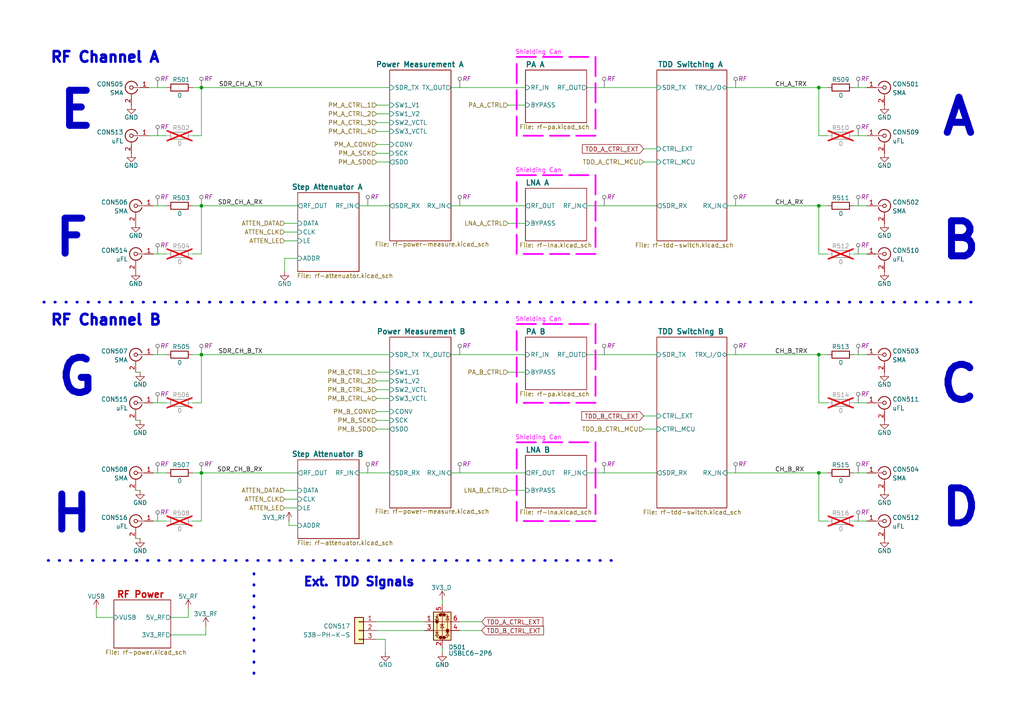
<source format=kicad_sch>
(kicad_sch (version 20231120) (generator "eeschema") (generator_version "8.0")
  (paper "A4")
  (title_block (title "RFE") (date "2024-06-01") (rev "A1") (company "LibreCellular Project - https://librecellular.org/") (comment 1 "Drawn: OK") (comment 2 "Checked: x"))
  (lib_symbols
    (symbol "Connector:Conn_Coaxial" (pin_names (offset 1.016) hide)
      (property "Reference" "J" (at 0.254 3.048 0))
      (property "Value" "Conn_Coaxial" (at 2.921 0 90))
      (symbol "Conn_Coaxial_0_1"
        (arc (start -1.778 -0.508) (mid 0.2311 -1.8066) (end 1.778 0) (stroke (width 0.254)))
        (polyline (pts (xy -2.54 0) (xy -0.508 0)))
        (polyline (pts (xy 0 -2.54) (xy 0 -1.778)))
        (circle (center 0 0) (radius 0.508) (stroke (width 0.2032)))
        (arc (start 1.778 0) (mid 0.2099 1.8101) (end -1.778 0.508) (stroke (width 0.254)))
      )
      (symbol "Conn_Coaxial_1_1"
        (pin passive line (at -5.08 0 0) (length 2.54) (name "In") (number "1"))
        (pin passive line (at 0 -5.08 90) (length 2.54) (name "Ext") (number "2"))
      )
    )
    (symbol "Connector_Generic:Conn_01x03" (pin_names (offset 1.016) hide)
      (property "Reference" "J" (at 0 5.08 0))
      (property "Value" "Conn_01x03" (at 0 -5.08 0))
      (symbol "Conn_01x03_1_1"
        (rectangle (start -1.27 -2.413) (end 0 -2.667) (stroke (width 0.1524)))
        (rectangle (start -1.27 0.127) (end 0 -0.127) (stroke (width 0.1524)))
        (rectangle (start -1.27 2.667) (end 0 2.413) (stroke (width 0.1524)))
        (rectangle (start -1.27 3.81) (end 1.27 -3.81) (stroke (width 0.254)) (fill (type background)))
        (pin passive line (at -5.08 2.54 0) (length 3.81) (name "Pin_1") (number "1"))
        (pin passive line (at -5.08 0 0) (length 3.81) (name "Pin_2") (number "2"))
        (pin passive line (at -5.08 -2.54 0) (length 3.81) (name "Pin_3") (number "3"))
      )
    )
    (symbol "Device:R" (pin_numbers hide) (pin_names (offset 0))
      (property "Reference" "R" (at 2.032 0 90))
      (property "Value" "R" (at 0 0 90))
      (symbol "R_0_1"
        (rectangle (start -1.016 -2.54) (end 1.016 2.54) (stroke (width 0.254)))
      )
      (symbol "R_1_1"
        (pin passive line (at 0 3.81 270) (length 1.27) (name "~") (number "1"))
        (pin passive line (at 0 -3.81 90) (length 1.27) (name "~") (number "2"))
      )
    )
    (symbol "Power_Protection:USBLC6-2P6" (pin_names hide)
      (property "Reference" "U" (at 0.635 5.715 0))
      (property "Value" "USBLC6-2P6" (at 0.635 3.81 0))
      (symbol "USBLC6-2P6_0_0"
        (circle (center -1.524 0) (radius 0.0001) (stroke (width 0.508)))
        (circle (center -0.508 -4.572) (radius 0.0001) (stroke (width 0.508)))
        (circle (center -0.508 2.032) (radius 0.0001) (stroke (width 0.508)))
        (circle (center 0.508 -4.572) (radius 0.0001) (stroke (width 0.508)))
        (circle (center 0.508 2.032) (radius 0.0001) (stroke (width 0.508)))
        (circle (center 1.524 -2.54) (radius 0.0001) (stroke (width 0.508)))
      )
      (symbol "USBLC6-2P6_0_1"
        (polyline (pts (xy -2.54 -2.54) (xy 2.54 -2.54)))
        (polyline (pts (xy -2.54 0) (xy 2.54 0)))
        (polyline (pts (xy -2.032 -3.048) (xy -1.016 -3.048)))
        (polyline (pts (xy -1.016 1.524) (xy -2.032 1.524)))
        (polyline (pts (xy 1.016 -3.048) (xy 2.032 -3.048)))
        (polyline (pts (xy 1.016 1.524) (xy 2.032 1.524)))
        (polyline (pts (xy -0.508 -1.143) (xy -0.508 -0.762) (xy 0.508 -0.762)))
        (polyline (pts (xy -2.032 0.508) (xy -1.016 0.508) (xy -1.524 1.524) (xy -2.032 0.508)))
        (polyline (pts (xy -1.016 -4.064) (xy -2.032 -4.064) (xy -1.524 -3.048) (xy -1.016 -4.064)))
        (polyline (pts (xy 0.508 -1.778) (xy -0.508 -1.778) (xy 0 -0.762) (xy 0.508 -1.778)))
        (polyline (pts (xy 2.032 -4.064) (xy 1.016 -4.064) (xy 1.524 -3.048) (xy 2.032 -4.064)))
        (polyline (pts (xy 2.032 0.508) (xy 1.016 0.508) (xy 1.524 1.524) (xy 2.032 0.508)))
        (polyline (pts (xy 0 2.54) (xy -0.508 2.032) (xy 0.508 2.032) (xy 0 1.524) (xy 0 -4.064) (xy -0.508 -4.572) (xy 0.508 -4.572) (xy 0 -5.08)))
      )
      (symbol "USBLC6-2P6_1_1"
        (rectangle (start -2.54 2.794) (end 2.54 -5.334) (stroke (width 0.254)) (fill (type background)))
        (polyline (pts (xy -0.508 2.032) (xy -1.524 2.032) (xy -1.524 -4.572) (xy -0.508 -4.572)))
        (polyline (pts (xy 0.508 -4.572) (xy 1.524 -4.572) (xy 1.524 2.032) (xy 0.508 2.032)))
        (pin passive line (at -5.08 0 0) (length 2.54) (name "I/O1") (number "1"))
        (pin passive line (at 0 -7.62 90) (length 2.54) (name "GND") (number "2"))
        (pin passive line (at -5.08 -2.54 0) (length 2.54) (name "I/O2") (number "3"))
        (pin passive line (at 5.08 -2.54 180) (length 2.54) (name "I/O2") (number "4"))
        (pin passive line (at 0 5.08 270) (length 2.54) (name "VBUS") (number "5"))
        (pin passive line (at 5.08 0 180) (length 2.54) (name "I/O1") (number "6"))
      )
    )
    (symbol "power:+3.3VA" (power) (pin_numbers hide) (pin_names (offset 0) hide)
      (property "Value" "+3.3VA" (at 0 3.556 0))
      (symbol "+3.3VA_0_1"
        (polyline (pts (xy -0.762 1.27) (xy 0 2.54)))
        (polyline (pts (xy 0 0) (xy 0 2.54)))
        (polyline (pts (xy 0 2.54) (xy 0.762 1.27)))
      )
      (symbol "+3.3VA_1_1"
        (pin power_in line (at 0 0 90) (length 0) (name "~") (number "1"))
      )
    )
    (symbol "power:+3V3" (power) (pin_numbers hide) (pin_names (offset 0) hide)
      (property "Value" "+3V3" (at 0 3.556 0))
      (symbol "+3V3_0_1"
        (polyline (pts (xy -0.762 1.27) (xy 0 2.54)))
        (polyline (pts (xy 0 0) (xy 0 2.54)))
        (polyline (pts (xy 0 2.54) (xy 0.762 1.27)))
      )
      (symbol "+3V3_1_1"
        (pin power_in line (at 0 0 90) (length 0) (name "~") (number "1"))
      )
    )
    (symbol "power:GND" (power) (pin_numbers hide) (pin_names (offset 0) hide)
      (property "Value" "GND" (at 0 -3.81 0))
      (symbol "GND_0_1"
        (polyline (pts (xy 0 0) (xy 0 -1.27) (xy 1.27 -1.27) (xy 0 -2.54) (xy -1.27 -1.27) (xy 0 -1.27)))
      )
      (symbol "GND_1_1"
        (pin power_in line (at 0 0 270) (length 0) (name "~") (number "1"))
      )
    )
    (symbol "power:VBUS" (power) (pin_numbers hide) (pin_names (offset 0) hide)
      (property "Value" "VBUS" (at 0 3.556 0))
      (symbol "VBUS_0_1"
        (polyline (pts (xy -0.762 1.27) (xy 0 2.54)))
        (polyline (pts (xy 0 0) (xy 0 2.54)))
        (polyline (pts (xy 0 2.54) (xy 0.762 1.27)))
      )
      (symbol "VBUS_1_1"
        (pin power_in line (at 0 0 90) (length 0) (name "~") (number "1"))
      )
    )
  )
  (junction (at 237.49 137.16))
  (junction (at 58.42 137.16))
  (junction (at 58.42 59.69))
  (junction (at 237.49 25.4))
  (junction (at 237.49 102.87))
  (junction (at 58.42 25.4))
  (junction (at 237.49 59.69))
  (junction (at 58.42 102.87))
  (wire (pts (xy 130.81 25.4) (xy 152.4 25.4)))
  (polyline (pts (xy 13.97 162.56) (xy 177.8 162.56)) (stroke (width 0.762) (type dot)))
  (wire (pts (xy 86.36 74.93) (xy 82.55 74.93)))
  (wire (pts (xy 247.65 59.69) (xy 251.46 59.69)))
  (wire (pts (xy 58.42 137.16) (xy 86.36 137.16)))
  (wire (pts (xy 44.45 59.69) (xy 48.26 59.69)))
  (wire (pts (xy 109.22 30.48) (xy 113.03 30.48)))
  (wire (pts (xy 39.37 121.92) (xy 40.64 121.92)))
  (wire (pts (xy 58.42 59.69) (xy 86.36 59.69)))
  (wire (pts (xy 44.45 137.16) (xy 48.26 137.16)))
  (wire (pts (xy 55.88 73.66) (xy 58.42 73.66)))
  (wire (pts (xy 109.22 33.02) (xy 113.03 33.02)))
  (wire (pts (xy 44.45 151.13) (xy 48.26 151.13)))
  (wire (pts (xy 55.88 116.84) (xy 58.42 116.84)))
  (wire (pts (xy 109.22 38.1) (xy 113.03 38.1)))
  (wire (pts (xy 240.03 116.84) (xy 237.49 116.84)))
  (wire (pts (xy 210.82 25.4) (xy 237.49 25.4)))
  (wire (pts (xy 170.18 25.4) (xy 190.5 25.4)))
  (wire (pts (xy 170.18 137.16) (xy 190.5 137.16)))
  (wire (pts (xy 237.49 73.66) (xy 237.49 59.69)))
  (wire (pts (xy 58.42 25.4) (xy 113.03 25.4)))
  (wire (pts (xy 240.03 39.37) (xy 237.49 39.37)))
  (wire (pts (xy 44.45 102.87) (xy 48.26 102.87)))
  (wire (pts (xy 109.22 124.46) (xy 113.03 124.46)))
  (wire (pts (xy 54.61 179.07) (xy 54.61 176.53)))
  (wire (pts (xy 109.22 107.95) (xy 113.03 107.95)))
  (wire (pts (xy 55.88 25.4) (xy 58.42 25.4)))
  (wire (pts (xy 82.55 64.77) (xy 86.36 64.77)))
  (wire (pts (xy 109.22 180.34) (xy 123.19 180.34)))
  (wire (pts (xy 186.69 46.99) (xy 190.5 46.99)))
  (wire (pts (xy 147.32 30.48) (xy 152.4 30.48)))
  (wire (pts (xy 237.49 151.13) (xy 237.49 137.16)))
  (polyline (pts (xy 12.7 87.63) (xy 284.48 87.63)) (stroke (width 0.762) (type dot)))
  (wire (pts (xy 240.03 102.87) (xy 237.49 102.87)))
  (wire (pts (xy 240.03 151.13) (xy 237.49 151.13)))
  (wire (pts (xy 109.22 119.38) (xy 113.03 119.38)))
  (wire (pts (xy 240.03 59.69) (xy 237.49 59.69)))
  (wire (pts (xy 55.88 137.16) (xy 58.42 137.16)))
  (wire (pts (xy 109.22 115.57) (xy 113.03 115.57)))
  (wire (pts (xy 186.69 124.46) (xy 190.5 124.46)))
  (wire (pts (xy 128.27 173.99) (xy 128.27 175.26)))
  (wire (pts (xy 186.69 43.18) (xy 190.5 43.18)))
  (wire (pts (xy 44.45 73.66) (xy 48.26 73.66)))
  (wire (pts (xy 133.35 182.88) (xy 139.7 182.88)))
  (wire (pts (xy 58.42 116.84) (xy 58.42 102.87)))
  (wire (pts (xy 44.45 116.84) (xy 48.26 116.84)))
  (wire (pts (xy 109.22 35.56) (xy 113.03 35.56)))
  (wire (pts (xy 39.37 142.24) (xy 40.64 142.24)))
  (wire (pts (xy 104.14 59.69) (xy 113.03 59.69)))
  (wire (pts (xy 109.22 110.49) (xy 113.03 110.49)))
  (wire (pts (xy 39.37 107.95) (xy 40.64 107.95)))
  (wire (pts (xy 43.18 25.4) (xy 48.26 25.4)))
  (wire (pts (xy 39.37 156.21) (xy 40.64 156.21)))
  (wire (pts (xy 109.22 113.03) (xy 113.03 113.03)))
  (wire (pts (xy 170.18 102.87) (xy 190.5 102.87)))
  (wire (pts (xy 82.55 74.93) (xy 82.55 78.74)))
  (wire (pts (xy 58.42 102.87) (xy 113.03 102.87)))
  (wire (pts (xy 237.49 39.37) (xy 237.49 25.4)))
  (wire (pts (xy 82.55 67.31) (xy 86.36 67.31)))
  (wire (pts (xy 133.35 180.34) (xy 139.7 180.34)))
  (wire (pts (xy 210.82 137.16) (xy 237.49 137.16)))
  (wire (pts (xy 49.53 179.07) (xy 54.61 179.07)))
  (wire (pts (xy 55.88 59.69) (xy 58.42 59.69)))
  (wire (pts (xy 186.69 120.65) (xy 190.5 120.65)))
  (polyline (pts (xy 73.66 166.37) (xy 73.66 196.85)) (stroke (width 0.762) (type dot)))
  (wire (pts (xy 59.69 184.15) (xy 49.53 184.15)))
  (wire (pts (xy 104.14 137.16) (xy 113.03 137.16)))
  (wire (pts (xy 82.55 147.32) (xy 86.36 147.32)))
  (wire (pts (xy 86.36 152.4) (xy 83.82 152.4)))
  (wire (pts (xy 210.82 59.69) (xy 237.49 59.69)))
  (wire (pts (xy 109.22 182.88) (xy 123.19 182.88)))
  (wire (pts (xy 247.65 137.16) (xy 251.46 137.16)))
  (wire (pts (xy 130.81 59.69) (xy 152.4 59.69)))
  (wire (pts (xy 55.88 151.13) (xy 58.42 151.13)))
  (wire (pts (xy 58.42 73.66) (xy 58.42 59.69)))
  (wire (pts (xy 82.55 69.85) (xy 86.36 69.85)))
  (wire (pts (xy 128.27 189.23) (xy 128.27 187.96)))
  (wire (pts (xy 27.94 179.07) (xy 33.02 179.07)))
  (wire (pts (xy 109.22 185.42) (xy 111.76 185.42)))
  (wire (pts (xy 109.22 121.92) (xy 113.03 121.92)))
  (wire (pts (xy 27.94 176.53) (xy 27.94 179.07)))
  (wire (pts (xy 247.65 102.87) (xy 251.46 102.87)))
  (wire (pts (xy 109.22 44.45) (xy 113.03 44.45)))
  (wire (pts (xy 82.55 144.78) (xy 86.36 144.78)))
  (wire (pts (xy 109.22 46.99) (xy 113.03 46.99)))
  (wire (pts (xy 82.55 142.24) (xy 86.36 142.24)))
  (wire (pts (xy 83.82 151.13) (xy 83.82 152.4)))
  (wire (pts (xy 58.42 151.13) (xy 58.42 137.16)))
  (wire (pts (xy 55.88 39.37) (xy 58.42 39.37)))
  (wire (pts (xy 130.81 137.16) (xy 152.4 137.16)))
  (wire (pts (xy 43.18 39.37) (xy 48.26 39.37)))
  (wire (pts (xy 147.32 142.24) (xy 152.4 142.24)))
  (wire (pts (xy 237.49 116.84) (xy 237.49 102.87)))
  (wire (pts (xy 58.42 39.37) (xy 58.42 25.4)))
  (wire (pts (xy 55.88 102.87) (xy 58.42 102.87)))
  (wire (pts (xy 59.69 181.61) (xy 59.69 184.15)))
  (wire (pts (xy 170.18 59.69) (xy 190.5 59.69)))
  (wire (pts (xy 240.03 25.4) (xy 237.49 25.4)))
  (wire (pts (xy 247.65 151.13) (xy 251.46 151.13)))
  (wire (pts (xy 109.22 41.91) (xy 113.03 41.91)))
  (wire (pts (xy 247.65 73.66) (xy 251.46 73.66)))
  (wire (pts (xy 147.32 107.95) (xy 152.4 107.95)))
  (wire (pts (xy 147.32 64.77) (xy 152.4 64.77)))
  (wire (pts (xy 210.82 102.87) (xy 237.49 102.87)))
  (wire (pts (xy 240.03 137.16) (xy 237.49 137.16)))
  (wire (pts (xy 240.03 73.66) (xy 237.49 73.66)))
  (wire (pts (xy 247.65 25.4) (xy 251.46 25.4)))
  (wire (pts (xy 111.76 185.42) (xy 111.76 189.23)))
  (wire (pts (xy 130.81 102.87) (xy 152.4 102.87)))
  (wire (pts (xy 247.65 116.84) (xy 251.46 116.84)))
  (wire (pts (xy 247.65 39.37) (xy 251.46 39.37)))
  (rectangle (start 149.86 16.51) (end 172.72 39.37) (stroke (width 0.508) (type dash) (color 255 0 255 0.53)))
  (rectangle (start 149.86 50.8) (end 172.72 73.66) (stroke (width 0.508) (type dash) (color 255 0 255 0.53)))
  (rectangle (start 149.86 93.98) (end 172.72 116.84) (stroke (width 0.508) (type dash) (color 255 0 255 0.53)))
  (rectangle (start 149.86 128.27) (end 172.72 151.13) (stroke (width 0.508) (type dash) (color 255 0 255 0.53)))
  (text "D" (at 278.638 147.32 0) (effects (font (size 10.16 10.16) (thickness 2.032) (bold yes))))
  (text "Ext. TDD Signals" (at 104.14 168.91 0) (effects (font (size 2.54 2.54) (thickness 2.032) (bold yes))))
  (text "B" (at 278.638 69.85 0) (effects (font (size 10.16 10.16) (thickness 2.032) (bold yes))))
  (text "Shielding Can" (at 156.21 127 0) (effects (font (size 1.27 1.27))))
  (text "RF Channel B" (at 30.734 92.964 0) (effects (font (size 3.048 3.048) (thickness 2.032) (bold yes))))
  (text "Shielding Can" (at 156.21 15.24 0) (effects (font (size 1.27 1.27))))
  (text "F" (at 20.828 69.088 0) (effects (font (size 10.16 10.16) (thickness 2.032) (bold yes))))
  (text "Shielding Can" (at 156.21 92.71 0) (effects (font (size 1.27 1.27))))
  (text "RF Channel A" (at 30.48 16.764 0) (effects (font (size 3.048 3.048) (thickness 2.032) (bold yes))))
  (text "C" (at 278.13 111.506 0) (effects (font (size 10.16 10.16) (thickness 2.032) (bold yes))))
  (text "H" (at 20.828 149.098 0) (effects (font (size 10.16 10.16) (thickness 2.032) (bold yes))))
  (text "E" (at 22.352 32.004 0) (effects (font (size 10.16 10.16) (thickness 2.032) (bold yes))))
  (text "G" (at 22.352 109.474 0) (effects (font (size 10.16 10.16) (thickness 2.032) (bold yes))))
  (text "A" (at 278.13 34.036 0) (effects (font (size 10.16 10.16) (thickness 2.032) (bold yes))))
  (text "Shielding Can" (at 156.21 49.53 0) (effects (font (size 1.27 1.27))))
  (label "SDR_CH_B_RX" (at 76.2 137.16 180))
  (label "CH_B_TRX" (at 224.79 102.87 0))
  (label "SDR_CH_A_RX" (at 76.2 59.69 180))
  (label "SDR_CH_A_TX" (at 76.2 25.4 180))
  (label "CH_A_RX" (at 224.79 59.69 0))
  (label "SDR_CH_B_TX" (at 76.2 102.87 180))
  (label "CH_A_TRX" (at 224.79 25.4 0))
  (label "CH_B_RX" (at 224.79 137.16 0))
  (global_label "TDD_A_CTRL_EXT" (shape input) (at 186.69 43.18 180) (property "Intersheetrefs" "${INTERSHEET_REFS}" (effects (hide yes))))
  (global_label "TDD_B_CTRL_EXT" (shape input) (at 139.7 182.88 0) (property "Intersheetrefs" "${INTERSHEET_REFS}" (effects (hide yes))))
  (global_label "TDD_B_CTRL_EXT" (shape input) (at 186.69 120.65 180) (property "Intersheetrefs" "${INTERSHEET_REFS}" (effects (hide yes))))
  (global_label "TDD_A_CTRL_EXT" (shape input) (at 139.7 180.34 0) (property "Intersheetrefs" "${INTERSHEET_REFS}" (effects (hide yes))))
  (hierarchical_label "PM_B_CTRL_2" (shape input) (at 109.22 110.49 180))
  (hierarchical_label "PM_B_CTRL_1" (shape input) (at 109.22 107.95 180))
  (hierarchical_label "ATTEN_LE" (shape input) (at 82.55 69.85 180))
  (hierarchical_label "PM_B_SDO" (shape input) (at 109.22 124.46 180))
  (hierarchical_label "ATTEN_DATA" (shape input) (at 82.55 64.77 180))
  (hierarchical_label "PM_A_CONV" (shape input) (at 109.22 41.91 180))
  (hierarchical_label "PM_A_CTRL_3" (shape input) (at 109.22 35.56 180))
  (hierarchical_label "PA_A_CTRL" (shape input) (at 147.32 30.48 180))
  (hierarchical_label "LNA_B_CTRL" (shape input) (at 147.32 142.24 180))
  (hierarchical_label "TDD_B_CTRL_MCU" (shape input) (at 186.69 124.46 180))
  (hierarchical_label "PM_A_CTRL_1" (shape input) (at 109.22 30.48 180))
  (hierarchical_label "PM_B_CTRL_3" (shape input) (at 109.22 113.03 180))
  (hierarchical_label "ATTEN_CLK" (shape input) (at 82.55 144.78 180))
  (hierarchical_label "PA_B_CTRL" (shape input) (at 147.32 107.95 180))
  (hierarchical_label "PM_B_CONV" (shape input) (at 109.22 119.38 180))
  (hierarchical_label "TDD_A_CTRL_MCU" (shape input) (at 186.69 46.99 180))
  (hierarchical_label "ATTEN_LE" (shape input) (at 82.55 147.32 180))
  (hierarchical_label "ATTEN_DATA" (shape input) (at 82.55 142.24 180))
  (hierarchical_label "PM_B_CTRL_4" (shape input) (at 109.22 115.57 180))
  (hierarchical_label "PM_A_SDO" (shape input) (at 109.22 46.99 180))
  (hierarchical_label "PM_A_CTRL_4" (shape input) (at 109.22 38.1 180))
  (hierarchical_label "ATTEN_CLK" (shape input) (at 82.55 67.31 180))
  (hierarchical_label "PM_A_CTRL_2" (shape input) (at 109.22 33.02 180))
  (hierarchical_label "LNA_A_CTRL" (shape input) (at 147.32 64.77 180))
  (hierarchical_label "PM_B_SCK" (shape input) (at 109.22 121.92 180))
  (hierarchical_label "PM_A_SCK" (shape input) (at 109.22 44.45 180))
  (netclass_flag "" (length 2.54) (shape round) (at 175.26 25.4 0) (property "Netclass" "RF" (at 175.9585 22.86 0) (effects (font (italic yes)) (justify left))))
  (netclass_flag "" (length 2.54) (shape round) (at 248.92 151.13 0) (property "Netclass" "RF" (at 249.6185 148.59 0) (effects (font (italic yes)) (justify left))))
  (netclass_flag "" (length 2.54) (shape round) (at 106.68 59.69 0) (property "Netclass" "RF" (at 107.3785 57.15 0) (effects (font (italic yes)) (justify left))))
  (netclass_flag "" (length 2.54) (shape round) (at 248.92 116.84 0) (property "Netclass" "RF" (at 249.6185 114.3 0) (effects (font (italic yes)) (justify left))))
  (netclass_flag "" (length 2.54) (shape round) (at 248.92 59.69 0) (property "Netclass" "RF" (at 249.6185 57.15 0) (effects (font (italic yes)) (justify left))))
  (netclass_flag "" (length 2.54) (shape round) (at 45.72 116.84 0) (property "Netclass" "RF" (at 46.4185 114.3 0) (effects (font (italic yes)) (justify left))))
  (netclass_flag "" (length 2.54) (shape round) (at 248.92 137.16 0) (property "Netclass" "RF" (at 249.6185 134.62 0) (effects (font (italic yes)) (justify left))))
  (netclass_flag "" (length 2.54) (shape round) (at 248.92 39.37 0) (property "Netclass" "RF" (at 249.6185 36.83 0) (effects (font (italic yes)) (justify left))))
  (netclass_flag "" (length 2.54) (shape round) (at 133.35 137.16 0) (property "Netclass" "RF" (at 134.0485 134.62 0) (effects (font (italic yes)) (justify left))))
  (netclass_flag "" (length 2.54) (shape round) (at 213.36 137.16 0) (property "Netclass" "RF" (at 214.0585 134.62 0) (effects (font (italic yes)) (justify left))))
  (netclass_flag "" (length 2.54) (shape round) (at 248.92 25.4 0) (property "Netclass" "RF" (at 249.6185 22.86 0) (effects (font (italic yes)) (justify left))))
  (netclass_flag "" (length 2.54) (shape round) (at 45.72 59.69 0) (property "Netclass" "RF" (at 46.4185 57.15 0) (effects (font (italic yes)) (justify left))))
  (netclass_flag "" (length 2.54) (shape round) (at 175.26 102.87 0) (property "Netclass" "RF" (at 175.9585 100.33 0) (effects (font (italic yes)) (justify left))))
  (netclass_flag "" (length 2.54) (shape round) (at 213.36 59.69 0) (property "Netclass" "RF" (at 214.0585 57.15 0) (effects (font (italic yes)) (justify left))))
  (netclass_flag "" (length 2.54) (shape round) (at 45.72 151.13 0) (property "Netclass" "RF" (at 46.4185 148.59 0) (effects (font (italic yes)) (justify left))))
  (netclass_flag "" (length 2.54) (shape round) (at 133.35 59.69 0) (property "Netclass" "RF" (at 134.0485 57.15 0) (effects (font (italic yes)) (justify left))))
  (netclass_flag "" (length 2.54) (shape round) (at 58.42 25.4 0) (property "Netclass" "RF" (at 59.1185 22.86 0) (effects (font (italic yes)) (justify left))))
  (netclass_flag "" (length 2.54) (shape round) (at 213.36 102.87 0) (property "Netclass" "RF" (at 214.0585 100.33 0) (effects (font (italic yes)) (justify left))))
  (netclass_flag "" (length 2.54) (shape round) (at 45.72 102.87 0) (property "Netclass" "RF" (at 46.4185 100.33 0) (effects (font (italic yes)) (justify left))))
  (netclass_flag "" (length 2.54) (shape round) (at 45.72 137.16 0) (property "Netclass" "RF" (at 46.4185 134.62 0) (effects (font (italic yes)) (justify left))))
  (netclass_flag "" (length 2.54) (shape round) (at 248.92 73.66 0) (property "Netclass" "RF" (at 249.6185 71.12 0) (effects (font (italic yes)) (justify left))))
  (netclass_flag "" (length 2.54) (shape round) (at 213.36 25.4 0) (property "Netclass" "RF" (at 214.0585 22.86 0) (effects (font (italic yes)) (justify left))))
  (netclass_flag "" (length 2.54) (shape round) (at 45.72 39.37 0) (property "Netclass" "RF" (at 46.4185 36.83 0) (effects (font (italic yes)) (justify left))))
  (netclass_flag "" (length 2.54) (shape round) (at 175.26 59.69 0) (property "Netclass" "RF" (at 175.9585 57.15 0) (effects (font (italic yes)) (justify left))))
  (netclass_flag "" (length 2.54) (shape round) (at 45.72 73.66 0) (property "Netclass" "RF" (at 46.4185 71.12 0) (effects (font (italic yes)) (justify left))))
  (netclass_flag "" (length 2.54) (shape round) (at 133.35 102.87 0) (property "Netclass" "RF" (at 134.0485 100.33 0) (effects (font (italic yes)) (justify left))))
  (netclass_flag "" (length 2.54) (shape round) (at 248.92 102.87 0) (property "Netclass" "RF" (at 249.6185 100.33 0) (effects (font (italic yes)) (justify left))))
  (netclass_flag "" (length 2.54) (shape round) (at 175.26 137.16 0) (property "Netclass" "RF" (at 175.9585 134.62 0) (effects (font (italic yes)) (justify left))))
  (netclass_flag "" (length 2.54) (shape round) (at 106.68 137.16 0) (property "Netclass" "RF" (at 107.3785 134.62 0) (effects (font (italic yes)) (justify left))))
  (netclass_flag "" (length 2.54) (shape round) (at 58.42 59.69 0) (property "Netclass" "RF" (at 59.1185 57.15 0) (effects (font (italic yes)) (justify left))))
  (netclass_flag "" (length 2.54) (shape round) (at 133.35 25.4 0) (property "Netclass" "RF" (at 134.0485 22.86 0) (effects (font (italic yes)) (justify left))))
  (netclass_flag "" (length 2.54) (shape round) (at 58.42 102.87 0) (property "Netclass" "RF" (at 59.1185 100.33 0) (effects (font (italic yes)) (justify left))))
  (netclass_flag "" (length 2.54) (shape round) (at 45.72 25.4 0) (property "Netclass" "RF" (at 46.4185 22.86 0) (effects (font (italic yes)) (justify left))))
  (netclass_flag "" (length 2.54) (shape round) (at 58.42 137.16 0) (property "Netclass" "RF" (at 59.1185 134.62 0) (effects (font (italic yes)) (justify left))))
  (symbol (lib_id "Device:R") (at 52.07 102.87 90) (mirror x) (unit 1)
    (property "Reference" "R505" (at 55.118 100.584 90) (effects (justify left)))
    (property "Value" "0" (at 52.832 105.156 90) (effects (justify left)))
    (property "Footprint" "LC_RFE:0201-SQUARE" (effects (hide yes)))
    (property "Description" "Resistor" (effects (hide yes)))
    (property "MFG" "YAGEO" (effects (hide yes)))
    (property "MPN" "RC0201FR-070RL" (effects (hide yes)))
    (property "JLCASSY" "C106227" (effects (hide yes)))
  )
  (symbol (lib_id "Connector:Conn_Coaxial") (at 39.37 102.87 0) (mirror y) (unit 1)
    (property "Reference" "CON507" (at 37.084 101.854 0) (effects (justify left)))
    (property "Value" "SMA" (at 37.084 104.394 0) (effects (justify left)))
    (property "Footprint" "LC_RFE:Samtec_SMA-J-P-H-RA-TH1" (effects (hide yes)))
    (property "Datasheet" " ~" (effects (hide yes)))
    (property "Description" "coaxial connector (BNC, SMA, SMB, SMC, Cinch/RCA, LEMO, ...)" (effects (hide yes)))
  )
  (symbol (lib_id "power:GND") (at 40.64 107.95 0) (unit 1)
    (property "Reference" "#PWR0509" (effects (hide yes)))
    (property "Value" "GND" (at 40.64 111.506 0))
    (property "Description" "Power symbol creates a global label with name \"GND\" , ground" (effects (hide yes)))
  )
  (symbol (lib_id "Connector:Conn_Coaxial") (at 39.37 73.66 0) (mirror y) (unit 1)
    (property "Reference" "CON514" (at 37.084 72.644 0) (effects (justify left)))
    (property "Value" "uFL" (at 37.084 75.184 0) (effects (justify left)))
    (property "Footprint" "LC_RFE:Molex_734120110" (effects (hide yes)))
    (property "Datasheet" " ~" (effects (hide yes)))
    (property "Description" "uFL coaxial connector" (effects (hide yes)))
    (property "MFG" "HCTL" (effects (hide yes)))
    (property "MPN" "HC-RF-IPEX0303-01" (effects (hide yes)))
    (property "JLCASSY" "C2894919" (effects (hide yes)))
  )
  (symbol (lib_id "Device:R") (at 243.84 137.16 90) (mirror x) (unit 1)
    (property "Reference" "R515" (at 246.38 134.874 90) (effects (justify left)))
    (property "Value" "0" (at 244.602 139.446 90) (effects (justify left)))
    (property "Footprint" "LC_RFE:0201-SQUARE" (effects (hide yes)))
    (property "Description" "Resistor" (effects (hide yes)))
    (property "MFG" "YAGEO" (effects (hide yes)))
    (property "MPN" "RC0201FR-070RL" (effects (hide yes)))
    (property "JLCASSY" "C106227" (effects (hide yes)))
  )
  (symbol (lib_id "Connector:Conn_Coaxial") (at 39.37 137.16 0) (mirror y) (unit 1)
    (property "Reference" "CON508" (at 37.084 136.144 0) (effects (justify left)))
    (property "Value" "SMA" (at 37.084 138.684 0) (effects (justify left)))
    (property "Footprint" "LC_RFE:Samtec_SMA-J-P-H-RA-TH1" (effects (hide yes)))
    (property "Datasheet" " ~" (effects (hide yes)))
    (property "Description" "coaxial connector (BNC, SMA, SMB, SMC, Cinch/RCA, LEMO, ...)" (effects (hide yes)))
  )
  (symbol (lib_id "Connector:Conn_Coaxial") (at 39.37 116.84 0) (mirror y) (unit 1)
    (property "Reference" "CON515" (at 37.084 115.824 0) (effects (justify left)))
    (property "Value" "uFL" (at 37.084 118.364 0) (effects (justify left)))
    (property "Footprint" "LC_RFE:Molex_734120110" (effects (hide yes)))
    (property "Datasheet" " ~" (effects (hide yes)))
    (property "Description" "uFL coaxial connector" (effects (hide yes)))
    (property "MFG" "HCTL" (effects (hide yes)))
    (property "MPN" "HC-RF-IPEX0303-01" (effects (hide yes)))
    (property "JLCASSY" "C2894919" (effects (hide yes)))
  )
  (symbol (lib_id "Device:R") (at 52.07 137.16 90) (mirror x) (unit 1)
    (property "Reference" "R507" (at 55.118 134.874 90) (effects (justify left)))
    (property "Value" "0" (at 52.832 139.446 90) (effects (justify left)))
    (property "Footprint" "LC_RFE:0201-SQUARE" (effects (hide yes)))
    (property "Description" "Resistor" (effects (hide yes)))
    (property "MFG" "YAGEO" (effects (hide yes)))
    (property "MPN" "RC0201FR-070RL" (effects (hide yes)))
    (property "JLCASSY" "C106227" (effects (hide yes)))
  )
  (symbol (lib_id "Connector:Conn_Coaxial") (at 38.1 25.4 0) (mirror y) (unit 1)
    (property "Reference" "CON505" (at 35.814 24.384 0) (effects (justify left)))
    (property "Value" "SMA" (at 35.814 26.924 0) (effects (justify left)))
    (property "Footprint" "LC_RFE:Samtec_SMA-J-P-H-RA-TH1" (effects (hide yes)))
    (property "Datasheet" " ~" (effects (hide yes)))
    (property "Description" "coaxial connector (BNC, SMA, SMB, SMC, Cinch/RCA, LEMO, ...)" (effects (hide yes)))
  )
  (symbol (lib_id "power:GND") (at 111.76 189.23 0) (mirror y) (unit 1)
    (property "Reference" "#PWR0521" (effects (hide yes)))
    (property "Value" "GND" (at 111.76 192.786 0))
    (property "Description" "Power symbol creates a global label with name \"GND\" , ground" (effects (hide yes)))
  )
  (symbol (lib_id "power:GND") (at 40.64 121.92 0) (unit 1)
    (property "Reference" "#PWR0511" (effects (hide yes)))
    (property "Value" "GND" (at 40.64 125.476 0))
    (property "Description" "Power symbol creates a global label with name \"GND\" , ground" (effects (hide yes)))
  )
  (symbol (lib_id "Connector:Conn_Coaxial") (at 256.54 116.84 0) (unit 1)
    (property "Reference" "CON511" (at 258.826 115.824 0) (effects (justify left)))
    (property "Value" "uFL" (at 258.826 118.364 0) (effects (justify left)))
    (property "Footprint" "LC_RFE:Molex_734120110" (effects (hide yes)))
    (property "Datasheet" " ~" (effects (hide yes)))
    (property "Description" "uFL coaxial connector" (effects (hide yes)))
    (property "MFG" "HCTL" (effects (hide yes)))
    (property "MPN" "HC-RF-IPEX0303-01" (effects (hide yes)))
    (property "JLCASSY" "C2894919" (effects (hide yes)))
  )
  (symbol (lib_id "Device:R") (at 52.07 73.66 90) (mirror x) (unit 1) (dnp yes)
    (property "Reference" "R504" (at 55.118 71.374 90) (effects (justify left)))
    (property "Value" "0" (at 52.832 75.946 90) (effects (justify left)))
    (property "Footprint" "LC_RFE:0201-SQUARE" (effects (hide yes)))
    (property "Description" "Resistor" (effects (hide yes)))
    (property "MFG" "YAGEO" (effects (hide yes)))
    (property "MPN" "RC0201FR-070RL" (effects (hide yes)))
    (property "JLCASSY" "C106227" (effects (hide yes)))
  )
  (symbol (lib_id "power:GND") (at 256.54 107.95 0) (mirror y) (unit 1)
    (property "Reference" "#PWR0510" (effects (hide yes)))
    (property "Value" "GND" (at 256.54 111.506 0))
    (property "Description" "Power symbol creates a global label with name \"GND\" , ground" (effects (hide yes)))
  )
  (symbol (lib_id "power:GND") (at 256.54 78.74 0) (mirror y) (unit 1)
    (property "Reference" "#PWR0508" (effects (hide yes)))
    (property "Value" "GND" (at 256.54 82.296 0))
    (property "Description" "Power symbol creates a global label with name \"GND\" , ground" (effects (hide yes)))
  )
  (symbol (lib_id "Connector:Conn_Coaxial") (at 256.54 151.13 0) (unit 1)
    (property "Reference" "CON512" (at 258.826 150.114 0) (effects (justify left)))
    (property "Value" "uFL" (at 258.826 152.654 0) (effects (justify left)))
    (property "Footprint" "LC_RFE:Molex_734120110" (effects (hide yes)))
    (property "Datasheet" " ~" (effects (hide yes)))
    (property "Description" "uFL coaxial connector" (effects (hide yes)))
    (property "MFG" "HCTL" (effects (hide yes)))
    (property "MPN" "HC-RF-IPEX0303-01" (effects (hide yes)))
    (property "JLCASSY" "C2894919" (effects (hide yes)))
  )
  (symbol (lib_id "power:GND") (at 256.54 121.92 0) (mirror y) (unit 1)
    (property "Reference" "#PWR0512" (effects (hide yes)))
    (property "Value" "GND" (at 256.54 125.476 0))
    (property "Description" "Power symbol creates a global label with name \"GND\" , ground" (effects (hide yes)))
  )
  (symbol (lib_id "Device:R") (at 243.84 25.4 90) (mirror x) (unit 1)
    (property "Reference" "R509" (at 246.38 23.114 90) (effects (justify left)))
    (property "Value" "0" (at 244.602 27.686 90) (effects (justify left)))
    (property "Footprint" "LC_RFE:0201-SQUARE" (effects (hide yes)))
    (property "Description" "Resistor" (effects (hide yes)))
    (property "MFG" "YAGEO" (effects (hide yes)))
    (property "MPN" "RC0201FR-070RL" (effects (hide yes)))
    (property "JLCASSY" "C106227" (effects (hide yes)))
  )
  (symbol (lib_id "Connector:Conn_Coaxial") (at 256.54 39.37 0) (unit 1)
    (property "Reference" "CON509" (at 258.826 38.354 0) (effects (justify left)))
    (property "Value" "uFL" (at 258.826 40.894 0) (effects (justify left)))
    (property "Footprint" "LC_RFE:Molex_734120110" (effects (hide yes)))
    (property "Datasheet" " ~" (effects (hide yes)))
    (property "Description" "uFL coaxial connector" (effects (hide yes)))
    (property "MFG" "HCTL" (effects (hide yes)))
    (property "MPN" "HC-RF-IPEX0303-01" (effects (hide yes)))
    (property "JLCASSY" "C2894919" (effects (hide yes)))
  )
  (symbol (lib_id "Connector:Conn_Coaxial") (at 256.54 102.87 0) (unit 1)
    (property "Reference" "CON503" (at 258.826 101.854 0) (effects (justify left)))
    (property "Value" "SMA" (at 258.826 104.394 0) (effects (justify left)))
    (property "Footprint" "LC_RFE:Samtec_SMA-J-P-H-RA-TH1" (effects (hide yes)))
    (property "Datasheet" " ~" (effects (hide yes)))
    (property "Description" "coaxial connector (BNC, SMA, SMB, SMC, Cinch/RCA, LEMO, ...)" (effects (hide yes)))
  )
  (symbol (lib_id "power:GND") (at 256.54 142.24 0) (mirror y) (unit 1)
    (property "Reference" "#PWR0514" (effects (hide yes)))
    (property "Value" "GND" (at 256.54 145.796 0))
    (property "Description" "Power symbol creates a global label with name \"GND\" , ground" (effects (hide yes)))
  )
  (symbol (lib_id "power:GND") (at 40.64 156.21 0) (unit 1)
    (property "Reference" "#PWR0515" (effects (hide yes)))
    (property "Value" "GND" (at 40.64 159.766 0))
    (property "Description" "Power symbol creates a global label with name \"GND\" , ground" (effects (hide yes)))
  )
  (symbol (lib_id "Device:R") (at 52.07 116.84 90) (mirror x) (unit 1) (dnp yes)
    (property "Reference" "R506" (at 55.118 114.554 90) (effects (justify left)))
    (property "Value" "0" (at 52.832 119.126 90) (effects (justify left)))
    (property "Footprint" "LC_RFE:0201-SQUARE" (effects (hide yes)))
    (property "Description" "Resistor" (effects (hide yes)))
    (property "MFG" "YAGEO" (effects (hide yes)))
    (property "MPN" "RC0201FR-070RL" (effects (hide yes)))
    (property "JLCASSY" "C106227" (effects (hide yes)))
  )
  (symbol (lib_id "Connector:Conn_Coaxial") (at 39.37 151.13 0) (mirror y) (unit 1)
    (property "Reference" "CON516" (at 37.084 150.114 0) (effects (justify left)))
    (property "Value" "uFL" (at 37.084 152.654 0) (effects (justify left)))
    (property "Footprint" "LC_RFE:Molex_734120110" (effects (hide yes)))
    (property "Datasheet" " ~" (effects (hide yes)))
    (property "Description" "uFL coaxial connector" (effects (hide yes)))
    (property "MFG" "HCTL" (effects (hide yes)))
    (property "MPN" "HC-RF-IPEX0303-01" (effects (hide yes)))
    (property "JLCASSY" "C2894919" (effects (hide yes)))
  )
  (symbol (lib_id "power:+3.3VA") (at 59.69 181.61 0) (unit 1)
    (property "Reference" "#PWR0520" (effects (hide yes)))
    (property "Value" "3V3_RF" (at 59.69 178.054 0))
    (property "Description" "Power symbol creates a global label with name \"+3.3VA\"" (effects (hide yes)))
  )
  (symbol (lib_id "Device:R") (at 52.07 39.37 90) (mirror x) (unit 1) (dnp yes)
    (property "Reference" "R502" (at 55.118 37.084 90) (effects (justify left)))
    (property "Value" "0" (at 52.832 41.656 90) (effects (justify left)))
    (property "Footprint" "LC_RFE:0201-SQUARE" (effects (hide yes)))
    (property "Description" "Resistor" (effects (hide yes)))
    (property "MFG" "YAGEO" (effects (hide yes)))
    (property "MPN" "RC0201FR-070RL" (effects (hide yes)))
    (property "JLCASSY" "C106227" (effects (hide yes)))
  )
  (symbol (lib_id "Connector:Conn_Coaxial") (at 256.54 73.66 0) (unit 1)
    (property "Reference" "CON510" (at 258.826 72.644 0) (effects (justify left)))
    (property "Value" "uFL" (at 258.826 75.184 0) (effects (justify left)))
    (property "Footprint" "LC_RFE:Molex_734120110" (effects (hide yes)))
    (property "Datasheet" " ~" (effects (hide yes)))
    (property "Description" "uFL coaxial connector" (effects (hide yes)))
    (property "MFG" "HCTL" (effects (hide yes)))
    (property "MPN" "HC-RF-IPEX0303-01" (effects (hide yes)))
    (property "JLCASSY" "C2894919" (effects (hide yes)))
  )
  (symbol (lib_id "Device:R") (at 52.07 151.13 90) (mirror x) (unit 1) (dnp yes)
    (property "Reference" "R508" (at 55.118 148.844 90) (effects (justify left)))
    (property "Value" "0" (at 52.832 153.416 90) (effects (justify left)))
    (property "Footprint" "LC_RFE:0201-SQUARE" (effects (hide yes)))
    (property "Description" "Resistor" (effects (hide yes)))
    (property "MFG" "YAGEO" (effects (hide yes)))
    (property "MPN" "RC0201FR-070RL" (effects (hide yes)))
    (property "JLCASSY" "C106227" (effects (hide yes)))
  )
  (symbol (lib_id "power:+3V3") (at 128.27 173.99 0) (unit 1)
    (property "Reference" "#PWR0524" (effects (hide yes)))
    (property "Value" "3V3_D" (at 128.016 170.434 0))
    (property "Description" "Power symbol creates a global label with name \"+3V3\"" (effects (hide yes)))
  )
  (symbol (lib_id "power:GND") (at 38.1 30.48 0) (unit 1)
    (property "Reference" "#PWR0501" (effects (hide yes)))
    (property "Value" "GND" (at 38.1 34.036 0))
    (property "Description" "Power symbol creates a global label with name \"GND\" , ground" (effects (hide yes)))
  )
  (symbol (lib_id "Connector:Conn_Coaxial") (at 256.54 59.69 0) (unit 1)
    (property "Reference" "CON502" (at 258.826 58.674 0) (effects (justify left)))
    (property "Value" "SMA" (at 258.826 61.214 0) (effects (justify left)))
    (property "Footprint" "LC_RFE:Samtec_SMA-J-P-H-RA-TH1" (effects (hide yes)))
    (property "Datasheet" " ~" (effects (hide yes)))
    (property "Description" "coaxial connector (BNC, SMA, SMB, SMC, Cinch/RCA, LEMO, ...)" (effects (hide yes)))
  )
  (symbol (lib_id "Device:R") (at 243.84 102.87 90) (mirror x) (unit 1)
    (property "Reference" "R513" (at 246.38 100.584 90) (effects (justify left)))
    (property "Value" "0" (at 244.602 105.156 90) (effects (justify left)))
    (property "Footprint" "LC_RFE:0201-SQUARE" (effects (hide yes)))
    (property "Description" "Resistor" (effects (hide yes)))
    (property "MFG" "YAGEO" (effects (hide yes)))
    (property "MPN" "RC0201FR-070RL" (effects (hide yes)))
    (property "JLCASSY" "C106227" (effects (hide yes)))
  )
  (symbol (lib_id "power:GND") (at 256.54 156.21 0) (mirror y) (unit 1)
    (property "Reference" "#PWR0516" (effects (hide yes)))
    (property "Value" "GND" (at 256.54 159.766 0))
    (property "Description" "Power symbol creates a global label with name \"GND\" , ground" (effects (hide yes)))
  )
  (symbol (lib_id "Connector:Conn_Coaxial") (at 256.54 137.16 0) (unit 1)
    (property "Reference" "CON504" (at 258.826 136.144 0) (effects (justify left)))
    (property "Value" "SMA" (at 258.826 138.684 0) (effects (justify left)))
    (property "Footprint" "LC_RFE:Samtec_SMA-J-P-H-RA-TH1" (effects (hide yes)))
    (property "Datasheet" " ~" (effects (hide yes)))
    (property "Description" "coaxial connector (BNC, SMA, SMB, SMC, Cinch/RCA, LEMO, ...)" (effects (hide yes)))
  )
  (symbol (lib_id "Power_Protection:USBLC6-2P6") (at 128.27 180.34 0) (unit 1)
    (property "Reference" "D501" (at 130.048 187.706 0) (effects (justify left)))
    (property "Value" "USBLC6-2P6" (at 130.048 189.484 0) (effects (justify left)))
    (property "Footprint" "LC_RFE:SOT-666" (effects (hide yes)))
    (property "Datasheet" "https://www.st.com/resource/en/datasheet/usblc6-2.pdf" (effects (hide yes)))
    (property "Description" "Very low capacitance ESD protection diode, 2 data-line, SOT-666" (effects (hide yes)))
    (property "JLCASSY" "C15999" (effects (hide yes)))
  )
  (symbol (lib_id "Device:R") (at 243.84 39.37 90) (mirror x) (unit 1) (dnp yes)
    (property "Reference" "R510" (at 246.38 37.084 90) (effects (justify left)))
    (property "Value" "0" (at 244.602 41.656 90) (effects (justify left)))
    (property "Footprint" "LC_RFE:0201-SQUARE" (effects (hide yes)))
    (property "Description" "Resistor" (effects (hide yes)))
    (property "MFG" "YAGEO" (effects (hide yes)))
    (property "MPN" "RC0201FR-070RL" (effects (hide yes)))
    (property "JLCASSY" "C106227" (effects (hide yes)))
  )
  (symbol (lib_id "Device:R") (at 243.84 73.66 90) (mirror x) (unit 1) (dnp yes)
    (property "Reference" "R512" (at 246.38 71.374 90) (effects (justify left)))
    (property "Value" "0" (at 244.602 75.946 90) (effects (justify left)))
    (property "Footprint" "LC_RFE:0201-SQUARE" (effects (hide yes)))
    (property "Description" "Resistor" (effects (hide yes)))
    (property "MFG" "YAGEO" (effects (hide yes)))
    (property "MPN" "RC0201FR-070RL" (effects (hide yes)))
    (property "JLCASSY" "C106227" (effects (hide yes)))
  )
  (symbol (lib_id "power:+3.3VA") (at 83.82 151.13 0) (unit 1)
    (property "Reference" "#PWR0518" (effects (hide yes)))
    (property "Value" "3V3_RF" (at 79.502 150.114 0))
    (property "Description" "Power symbol creates a global label with name \"+3.3VA\"" (effects (hide yes)))
  )
  (symbol (lib_id "power:VBUS") (at 27.94 176.53 0) (unit 1)
    (property "Reference" "#PWR0519" (effects (hide yes)))
    (property "Value" "VUSB" (at 27.94 172.974 0))
    (property "Description" "Power symbol creates a global label with name \"VBUS\"" (effects (hide yes)))
  )
  (symbol (lib_id "power:GND") (at 82.55 78.74 0) (unit 1)
    (property "Reference" "#PWR0517" (effects (hide yes)))
    (property "Value" "GND" (at 82.55 82.296 0))
    (property "Description" "Power symbol creates a global label with name \"GND\" , ground" (effects (hide yes)))
  )
  (symbol (lib_id "Connector:Conn_Coaxial") (at 39.37 59.69 0) (mirror y) (unit 1)
    (property "Reference" "CON506" (at 37.084 58.674 0) (effects (justify left)))
    (property "Value" "SMA" (at 37.084 61.214 0) (effects (justify left)))
    (property "Footprint" "LC_RFE:Samtec_SMA-J-P-H-RA-TH1" (effects (hide yes)))
    (property "Datasheet" " ~" (effects (hide yes)))
    (property "Description" "coaxial connector (BNC, SMA, SMB, SMC, Cinch/RCA, LEMO, ...)" (effects (hide yes)))
  )
  (symbol (lib_id "Device:R") (at 243.84 116.84 90) (mirror x) (unit 1) (dnp yes)
    (property "Reference" "R514" (at 246.38 114.554 90) (effects (justify left)))
    (property "Value" "0" (at 244.602 119.126 90) (effects (justify left)))
    (property "Footprint" "LC_RFE:0201-SQUARE" (effects (hide yes)))
    (property "Description" "Resistor" (effects (hide yes)))
    (property "MFG" "YAGEO" (effects (hide yes)))
    (property "MPN" "RC0201FR-070RL" (effects (hide yes)))
    (property "JLCASSY" "C106227" (effects (hide yes)))
  )
  (symbol (lib_id "Device:R") (at 243.84 59.69 90) (mirror x) (unit 1)
    (property "Reference" "R511" (at 246.38 57.404 90) (effects (justify left)))
    (property "Value" "0" (at 244.602 61.976 90) (effects (justify left)))
    (property "Footprint" "LC_RFE:0201-SQUARE" (effects (hide yes)))
    (property "Description" "Resistor" (effects (hide yes)))
    (property "MFG" "YAGEO" (effects (hide yes)))
    (property "MPN" "RC0201FR-070RL" (effects (hide yes)))
    (property "JLCASSY" "C106227" (effects (hide yes)))
  )
  (symbol (lib_id "Device:R") (at 52.07 59.69 90) (mirror x) (unit 1)
    (property "Reference" "R503" (at 55.118 57.404 90) (effects (justify left)))
    (property "Value" "0" (at 52.832 61.976 90) (effects (justify left)))
    (property "Footprint" "LC_RFE:0201-SQUARE" (effects (hide yes)))
    (property "Description" "Resistor" (effects (hide yes)))
    (property "MFG" "YAGEO" (effects (hide yes)))
    (property "MPN" "RC0201FR-070RL" (effects (hide yes)))
    (property "JLCASSY" "C106227" (effects (hide yes)))
  )
  (symbol (lib_id "power:GND") (at 256.54 64.77 0) (mirror y) (unit 1)
    (property "Reference" "#PWR0506" (effects (hide yes)))
    (property "Value" "GND" (at 256.54 68.326 0))
    (property "Description" "Power symbol creates a global label with name \"GND\" , ground" (effects (hide yes)))
  )
  (symbol (lib_id "Device:R") (at 243.84 151.13 90) (mirror x) (unit 1) (dnp yes)
    (property "Reference" "R516" (at 246.38 148.844 90) (effects (justify left)))
    (property "Value" "0" (at 244.602 153.416 90) (effects (justify left)))
    (property "Footprint" "LC_RFE:0201-SQUARE" (effects (hide yes)))
    (property "Description" "Resistor" (effects (hide yes)))
    (property "MFG" "YAGEO" (effects (hide yes)))
    (property "MPN" "RC0201FR-070RL" (effects (hide yes)))
    (property "JLCASSY" "C106227" (effects (hide yes)))
  )
  (symbol (lib_id "power:GND") (at 39.37 78.74 0) (unit 1)
    (property "Reference" "#PWR0507" (effects (hide yes)))
    (property "Value" "GND" (at 39.37 82.296 0))
    (property "Description" "Power symbol creates a global label with name \"GND\" , ground" (effects (hide yes)))
  )
  (symbol (lib_id "power:GND") (at 38.1 44.45 0) (unit 1)
    (property "Reference" "#PWR0503" (effects (hide yes)))
    (property "Value" "GND" (at 38.1 48.006 0))
    (property "Description" "Power symbol creates a global label with name \"GND\" , ground" (effects (hide yes)))
  )
  (symbol (lib_id "Device:R") (at 52.07 25.4 90) (mirror x) (unit 1)
    (property "Reference" "R501" (at 55.118 23.114 90) (effects (justify left)))
    (property "Value" "0" (at 52.832 27.686 90) (effects (justify left)))
    (property "Footprint" "LC_RFE:0201-SQUARE" (effects (hide yes)))
    (property "Description" "Resistor" (effects (hide yes)))
    (property "MFG" "YAGEO" (effects (hide yes)))
    (property "MPN" "RC0201FR-070RL" (effects (hide yes)))
    (property "JLCASSY" "C106227" (effects (hide yes)))
  )
  (symbol (lib_id "power:GND") (at 128.27 189.23 0) (mirror y) (unit 1)
    (property "Reference" "#PWR02" (effects (hide yes)))
    (property "Value" "GND" (at 128.27 192.786 0))
    (property "Description" "Power symbol creates a global label with name \"GND\" , ground" (effects (hide yes)))
  )
  (symbol (lib_id "power:GND") (at 256.54 30.48 0) (mirror y) (unit 1)
    (property "Reference" "#PWR0502" (effects (hide yes)))
    (property "Value" "GND" (at 256.54 34.036 0))
    (property "Description" "Power symbol creates a global label with name \"GND\" , ground" (effects (hide yes)))
  )
  (symbol (lib_id "power:+3.3VA") (at 54.61 176.53 0) (unit 1)
    (property "Reference" "#PWR0522" (effects (hide yes)))
    (property "Value" "5V_RF" (at 54.61 172.974 0))
    (property "Description" "Power symbol creates a global label with name \"+3.3VA\"" (effects (hide yes)))
  )
  (symbol (lib_id "power:GND") (at 39.37 64.77 0) (unit 1)
    (property "Reference" "#PWR0505" (effects (hide yes)))
    (property "Value" "GND" (at 39.37 68.326 0))
    (property "Description" "Power symbol creates a global label with name \"GND\" , ground" (effects (hide yes)))
  )
  (symbol (lib_id "Connector:Conn_Coaxial") (at 38.1 39.37 0) (mirror y) (unit 1)
    (property "Reference" "CON513" (at 35.814 38.354 0) (effects (justify left)))
    (property "Value" "uFL" (at 35.814 40.894 0) (effects (justify left)))
    (property "Footprint" "LC_RFE:Molex_734120110" (effects (hide yes)))
    (property "Datasheet" " ~" (effects (hide yes)))
    (property "Description" "uFL coaxial connector" (effects (hide yes)))
    (property "MFG" "HCTL" (effects (hide yes)))
    (property "MPN" "HC-RF-IPEX0303-01" (effects (hide yes)))
    (property "JLCASSY" "C2894919" (effects (hide yes)))
  )
  (symbol (lib_id "power:GND") (at 256.54 44.45 0) (mirror y) (unit 1)
    (property "Reference" "#PWR0504" (effects (hide yes)))
    (property "Value" "GND" (at 256.54 48.006 0))
    (property "Description" "Power symbol creates a global label with name \"GND\" , ground" (effects (hide yes)))
  )
  (symbol (lib_id "Connector_Generic:Conn_01x03") (at 104.14 182.88 0) (mirror y) (unit 1)
    (property "Reference" "CON517" (at 101.6 181.6099 0) (effects (justify left)))
    (property "Value" "S3B-PH-K-S" (at 101.6 184.1499 0) (effects (justify left)))
    (property "Footprint" "LC_RFE:Connector-2mm-1x3P_S3B-PH-K-S" (effects (hide yes)))
    (property "Description" "Generic connector, single row, 01x03, script generated (kicad-library-utils/schlib/autogen/connector/)" (effects (hide yes)))
  )
  (symbol (lib_id "Connector:Conn_Coaxial") (at 256.54 25.4 0) (unit 1)
    (property "Reference" "CON501" (at 258.826 24.384 0) (effects (justify left)))
    (property "Value" "SMA" (at 258.826 26.924 0) (effects (justify left)))
    (property "Footprint" "LC_RFE:Samtec_SMA-J-P-H-RA-TH1" (effects (hide yes)))
    (property "Datasheet" " ~" (effects (hide yes)))
    (property "Description" "coaxial connector (BNC, SMA, SMB, SMC, Cinch/RCA, LEMO, ...)" (effects (hide yes)))
  )
  (symbol (lib_id "power:GND") (at 40.64 142.24 0) (unit 1)
    (property "Reference" "#PWR0513" (effects (hide yes)))
    (property "Value" "GND" (at 40.64 145.796 0))
    (property "Description" "Power symbol creates a global label with name \"GND\" , ground" (effects (hide yes)))
  )
  (sheet (at 86.36 55.88) (size 17.78 22.86) (stroke (width 0.1524))
    (property "Sheetname" "Step Attenuator A" (at 84.582 55.118 0) (effects (font (size 1.524 1.524) (bold yes)) (justify left bottom)))
    (property "Sheetfile" "rf-attenuator.kicad_sch" (at 86.106 79.248 0) (effects (justify left top)))
    (pin "RF_IN" input (at 104.14 59.69 0))
    (pin "RF_OUT" output (at 86.36 59.69 180))
    (pin "LE" input (at 86.36 69.85 180))
    (pin "ADDR" input (at 86.36 74.93 180))
    (pin "CLK" input (at 86.36 67.31 180))
    (pin "DATA" input (at 86.36 64.77 180))
  )
  (sheet (at 190.5 20.32) (size 20.32 49.53) (stroke (width 0.1524))
    (property "Sheetname" "TDD Switching A" (at 190.754 19.558 0) (effects (font (size 1.524 1.524) (bold yes)) (justify left bottom)))
    (property "Sheetfile" "rf-tdd-switch.kicad_sch" (at 184.15 70.358 0) (effects (justify left top)))
    (pin "RX_IN" input (at 210.82 59.69 0))
    (pin "SDR_RX" output (at 190.5 59.69 180))
    (pin "TRX_I{slash}O" bidirectional (at 210.82 25.4 0))
    (pin "SDR_TX" input (at 190.5 25.4 180))
    (pin "CTRL_MCU" input (at 190.5 46.99 180))
    (pin "CTRL_EXT" input (at 190.5 43.18 180))
  )
  (sheet (at 152.4 132.08) (size 17.78 15.24) (stroke (width 0.1524))
    (property "Sheetname" "LNA B" (at 152.4 131.3684 0) (effects (font (size 1.524 1.524) (bold yes)) (justify left bottom)))
    (property "Sheetfile" "rf-lna.kicad_sch" (at 150.622 147.828 0) (effects (justify left top)))
    (pin "RF_IN" input (at 170.18 137.16 0))
    (pin "RF_OUT" output (at 152.4 137.16 180))
    (pin "BYPASS" input (at 152.4 142.24 180))
  )
  (sheet (at 152.4 97.79) (size 17.78 15.24) (stroke (width 0.1524))
    (property "Sheetname" "PA B" (at 152.4 97.0784 0) (effects (font (size 1.524 1.524) (bold yes)) (justify left bottom)))
    (property "Sheetfile" "rf-pa.kicad_sch" (at 150.622 113.538 0) (effects (justify left top)))
    (pin "RF_OUT" output (at 170.18 102.87 0))
    (pin "RF_IN" input (at 152.4 102.87 180))
    (pin "BYPASS" input (at 152.4 107.95 180))
  )
  (sheet (at 113.03 20.32) (size 17.78 49.53) (stroke (width 0.1524))
    (property "Sheetname" "Power Measurement A" (at 108.966 19.558 0) (effects (font (size 1.524 1.524) (bold yes)) (justify left bottom)))
    (property "Sheetfile" "rf-power-measure.kicad_sch" (at 108.712 70.104 0) (effects (justify left top)))
    (pin "RX_IN" input (at 130.81 59.69 0))
    (pin "SCK" input (at 113.03 44.45 180))
    (pin "CONV" input (at 113.03 41.91 180))
    (pin "SDO" output (at 113.03 46.99 180))
    (pin "SDR_RX" output (at 113.03 59.69 180))
    (pin "SW1_V1" input (at 113.03 30.48 180))
    (pin "SW1_V2" input (at 113.03 33.02 180))
    (pin "TX_OUT" output (at 130.81 25.4 0))
    (pin "SW2_VCTL" input (at 113.03 35.56 180))
    (pin "SDR_TX" input (at 113.03 25.4 180))
    (pin "SW3_VCTL" input (at 113.03 38.1 180))
  )
  (sheet (at 113.03 97.79) (size 17.78 49.53) (stroke (width 0.1524))
    (property "Sheetname" "Power Measurement B" (at 109.22 97.028 0) (effects (font (size 1.524 1.524) (bold yes)) (justify left bottom)))
    (property "Sheetfile" "rf-power-measure.kicad_sch" (at 108.712 147.574 0) (effects (justify left top)))
    (pin "RX_IN" input (at 130.81 137.16 0))
    (pin "SCK" input (at 113.03 121.92 180))
    (pin "CONV" input (at 113.03 119.38 180))
    (pin "SDO" output (at 113.03 124.46 180))
    (pin "SDR_RX" output (at 113.03 137.16 180))
    (pin "SW1_V1" input (at 113.03 107.95 180))
    (pin "SW1_V2" input (at 113.03 110.49 180))
    (pin "TX_OUT" output (at 130.81 102.87 0))
    (pin "SW2_VCTL" input (at 113.03 113.03 180))
    (pin "SDR_TX" input (at 113.03 102.87 180))
    (pin "SW3_VCTL" input (at 113.03 115.57 180))
  )
  (sheet (at 33.02 173.99) (size 16.51 13.97) (stroke (width 0.1524))
    (property "Sheetname" "RF Power" (at 33.782 173.482 0) (effects (font (size 1.905 1.905) (bold yes)) (justify left bottom)))
    (property "Sheetfile" "rf-power.kicad_sch" (at 30.48 188.468 0) (effects (justify left top)))
    (pin "VUSB" input (at 33.02 179.07 180))
    (pin "3V3_RF" output (at 49.53 184.15 0))
    (pin "5V_RF" output (at 49.53 179.07 0))
  )
  (sheet (at 190.5 97.79) (size 20.32 49.53) (stroke (width 0.1524))
    (property "Sheetname" "TDD Switching B" (at 190.754 97.028 0) (effects (font (size 1.524 1.524) (bold yes)) (justify left bottom)))
    (property "Sheetfile" "rf-tdd-switch.kicad_sch" (at 186.436 147.828 0) (effects (justify left top)))
    (pin "RX_IN" input (at 210.82 137.16 0))
    (pin "SDR_RX" output (at 190.5 137.16 180))
    (pin "TRX_I{slash}O" bidirectional (at 210.82 102.87 0))
    (pin "SDR_TX" input (at 190.5 102.87 180))
    (pin "CTRL_MCU" input (at 190.5 124.46 180))
    (pin "CTRL_EXT" input (at 190.5 120.65 180))
  )
  (sheet (at 152.4 20.32) (size 17.78 15.24) (stroke (width 0.1524))
    (property "Sheetname" "PA A" (at 152.4 19.6084 0) (effects (font (size 1.524 1.524) (bold yes)) (justify left bottom)))
    (property "Sheetfile" "rf-pa.kicad_sch" (at 150.622 36.068 0) (effects (justify left top)))
    (pin "RF_OUT" output (at 170.18 25.4 0))
    (pin "RF_IN" input (at 152.4 25.4 180))
    (pin "BYPASS" input (at 152.4 30.48 180))
  )
  (sheet (at 86.36 133.35) (size 17.78 22.86) (stroke (width 0.1524))
    (property "Sheetname" "Step Attenuator B" (at 84.582 132.588 0) (effects (font (size 1.524 1.524) (bold yes)) (justify left bottom)))
    (property "Sheetfile" "rf-attenuator.kicad_sch" (at 86.106 156.718 0) (effects (justify left top)))
    (pin "RF_OUT" output (at 86.36 137.16 180))
    (pin "LE" input (at 86.36 147.32 180))
    (pin "ADDR" input (at 86.36 152.4 180))
    (pin "CLK" input (at 86.36 144.78 180))
    (pin "DATA" input (at 86.36 142.24 180))
    (pin "RF_IN" input (at 104.14 137.16 0))
  )
  (sheet (at 152.4 54.61) (size 17.78 15.24) (stroke (width 0.1524))
    (property "Sheetname" "LNA A" (at 152.4 53.8984 0) (effects (font (size 1.524 1.524) (bold yes)) (justify left bottom)))
    (property "Sheetfile" "rf-lna.kicad_sch" (at 150.622 70.358 0) (effects (justify left top)))
    (pin "RF_IN" input (at 170.18 59.69 0))
    (pin "RF_OUT" output (at 152.4 59.69 180))
    (pin "BYPASS" input (at 152.4 64.77 180))
  )
)
</source>
